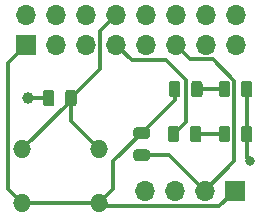
<source format=gtl>
%TF.GenerationSoftware,KiCad,Pcbnew,(5.1.6-0-10_14)*%
%TF.CreationDate,2020-11-28T15:25:20+01:00*%
%TF.ProjectId,Raspberry_Pi_Hat,52617370-6265-4727-9279-5f50695f4861,v1.0*%
%TF.SameCoordinates,Original*%
%TF.FileFunction,Copper,L1,Top*%
%TF.FilePolarity,Positive*%
%FSLAX46Y46*%
G04 Gerber Fmt 4.6, Leading zero omitted, Abs format (unit mm)*
G04 Created by KiCad (PCBNEW (5.1.6-0-10_14)) date 2020-11-28 15:25:20*
%MOMM*%
%LPD*%
G01*
G04 APERTURE LIST*
%TA.AperFunction,ComponentPad*%
%ADD10O,1.524000X1.524000*%
%TD*%
%TA.AperFunction,ComponentPad*%
%ADD11R,1.700000X1.700000*%
%TD*%
%TA.AperFunction,ComponentPad*%
%ADD12O,1.700000X1.700000*%
%TD*%
%TA.AperFunction,ViaPad*%
%ADD13C,1.000000*%
%TD*%
%TA.AperFunction,ViaPad*%
%ADD14C,0.800000*%
%TD*%
%TA.AperFunction,Conductor*%
%ADD15C,0.300000*%
%TD*%
G04 APERTURE END LIST*
%TO.P,R4,2*%
%TO.N,Net-(D2-Pad2)*%
%TA.AperFunction,SMDPad,CuDef*%
G36*
G01*
X127117500Y-110692250D02*
X127117500Y-109779750D01*
G75*
G02*
X127361250Y-109536000I243750J0D01*
G01*
X127848750Y-109536000D01*
G75*
G02*
X128092500Y-109779750I0J-243750D01*
G01*
X128092500Y-110692250D01*
G75*
G02*
X127848750Y-110936000I-243750J0D01*
G01*
X127361250Y-110936000D01*
G75*
G02*
X127117500Y-110692250I0J243750D01*
G01*
G37*
%TD.AperFunction*%
%TO.P,R4,1*%
%TO.N,/3v3*%
%TA.AperFunction,SMDPad,CuDef*%
G36*
G01*
X125242500Y-110692250D02*
X125242500Y-109779750D01*
G75*
G02*
X125486250Y-109536000I243750J0D01*
G01*
X125973750Y-109536000D01*
G75*
G02*
X126217500Y-109779750I0J-243750D01*
G01*
X126217500Y-110692250D01*
G75*
G02*
X125973750Y-110936000I-243750J0D01*
G01*
X125486250Y-110936000D01*
G75*
G02*
X125242500Y-110692250I0J243750D01*
G01*
G37*
%TD.AperFunction*%
%TD*%
%TO.P,D2,2*%
%TO.N,Net-(D2-Pad2)*%
%TA.AperFunction,SMDPad,CuDef*%
G36*
G01*
X130438500Y-109779750D02*
X130438500Y-110692250D01*
G75*
G02*
X130194750Y-110936000I-243750J0D01*
G01*
X129707250Y-110936000D01*
G75*
G02*
X129463500Y-110692250I0J243750D01*
G01*
X129463500Y-109779750D01*
G75*
G02*
X129707250Y-109536000I243750J0D01*
G01*
X130194750Y-109536000D01*
G75*
G02*
X130438500Y-109779750I0J-243750D01*
G01*
G37*
%TD.AperFunction*%
%TO.P,D2,1*%
%TO.N,GND*%
%TA.AperFunction,SMDPad,CuDef*%
G36*
G01*
X132313500Y-109779750D02*
X132313500Y-110692250D01*
G75*
G02*
X132069750Y-110936000I-243750J0D01*
G01*
X131582250Y-110936000D01*
G75*
G02*
X131338500Y-110692250I0J243750D01*
G01*
X131338500Y-109779750D01*
G75*
G02*
X131582250Y-109536000I243750J0D01*
G01*
X132069750Y-109536000D01*
G75*
G02*
X132313500Y-109779750I0J-243750D01*
G01*
G37*
%TD.AperFunction*%
%TD*%
%TO.P,D1,1*%
%TO.N,GND*%
%TA.AperFunction,SMDPad,CuDef*%
G36*
G01*
X132313500Y-113589750D02*
X132313500Y-114502250D01*
G75*
G02*
X132069750Y-114746000I-243750J0D01*
G01*
X131582250Y-114746000D01*
G75*
G02*
X131338500Y-114502250I0J243750D01*
G01*
X131338500Y-113589750D01*
G75*
G02*
X131582250Y-113346000I243750J0D01*
G01*
X132069750Y-113346000D01*
G75*
G02*
X132313500Y-113589750I0J-243750D01*
G01*
G37*
%TD.AperFunction*%
%TO.P,D1,2*%
%TO.N,Net-(D1-Pad2)*%
%TA.AperFunction,SMDPad,CuDef*%
G36*
G01*
X130438500Y-113589750D02*
X130438500Y-114502250D01*
G75*
G02*
X130194750Y-114746000I-243750J0D01*
G01*
X129707250Y-114746000D01*
G75*
G02*
X129463500Y-114502250I0J243750D01*
G01*
X129463500Y-113589750D01*
G75*
G02*
X129707250Y-113346000I243750J0D01*
G01*
X130194750Y-113346000D01*
G75*
G02*
X130438500Y-113589750I0J-243750D01*
G01*
G37*
%TD.AperFunction*%
%TD*%
%TO.P,R1,2*%
%TO.N,GND*%
%TA.AperFunction,SMDPad,CuDef*%
G36*
G01*
X115549500Y-110541750D02*
X115549500Y-111454250D01*
G75*
G02*
X115305750Y-111698000I-243750J0D01*
G01*
X114818250Y-111698000D01*
G75*
G02*
X114574500Y-111454250I0J243750D01*
G01*
X114574500Y-110541750D01*
G75*
G02*
X114818250Y-110298000I243750J0D01*
G01*
X115305750Y-110298000D01*
G75*
G02*
X115549500Y-110541750I0J-243750D01*
G01*
G37*
%TD.AperFunction*%
%TO.P,R1,1*%
%TO.N,/button_input*%
%TA.AperFunction,SMDPad,CuDef*%
G36*
G01*
X117424500Y-110541750D02*
X117424500Y-111454250D01*
G75*
G02*
X117180750Y-111698000I-243750J0D01*
G01*
X116693250Y-111698000D01*
G75*
G02*
X116449500Y-111454250I0J243750D01*
G01*
X116449500Y-110541750D01*
G75*
G02*
X116693250Y-110298000I243750J0D01*
G01*
X117180750Y-110298000D01*
G75*
G02*
X117424500Y-110541750I0J-243750D01*
G01*
G37*
%TD.AperFunction*%
%TD*%
%TO.P,R2,1*%
%TO.N,Net-(J1-Pad11)*%
%TA.AperFunction,SMDPad,CuDef*%
G36*
G01*
X123392250Y-116311500D02*
X122479750Y-116311500D01*
G75*
G02*
X122236000Y-116067750I0J243750D01*
G01*
X122236000Y-115580250D01*
G75*
G02*
X122479750Y-115336500I243750J0D01*
G01*
X123392250Y-115336500D01*
G75*
G02*
X123636000Y-115580250I0J-243750D01*
G01*
X123636000Y-116067750D01*
G75*
G02*
X123392250Y-116311500I-243750J0D01*
G01*
G37*
%TD.AperFunction*%
%TO.P,R2,2*%
%TO.N,/3v3*%
%TA.AperFunction,SMDPad,CuDef*%
G36*
G01*
X123392250Y-114436500D02*
X122479750Y-114436500D01*
G75*
G02*
X122236000Y-114192750I0J243750D01*
G01*
X122236000Y-113705250D01*
G75*
G02*
X122479750Y-113461500I243750J0D01*
G01*
X123392250Y-113461500D01*
G75*
G02*
X123636000Y-113705250I0J-243750D01*
G01*
X123636000Y-114192750D01*
G75*
G02*
X123392250Y-114436500I-243750J0D01*
G01*
G37*
%TD.AperFunction*%
%TD*%
%TO.P,R3,1*%
%TO.N,Net-(J1-Pad7)*%
%TA.AperFunction,SMDPad,CuDef*%
G36*
G01*
X125145500Y-114502250D02*
X125145500Y-113589750D01*
G75*
G02*
X125389250Y-113346000I243750J0D01*
G01*
X125876750Y-113346000D01*
G75*
G02*
X126120500Y-113589750I0J-243750D01*
G01*
X126120500Y-114502250D01*
G75*
G02*
X125876750Y-114746000I-243750J0D01*
G01*
X125389250Y-114746000D01*
G75*
G02*
X125145500Y-114502250I0J243750D01*
G01*
G37*
%TD.AperFunction*%
%TO.P,R3,2*%
%TO.N,Net-(D1-Pad2)*%
%TA.AperFunction,SMDPad,CuDef*%
G36*
G01*
X127020500Y-114502250D02*
X127020500Y-113589750D01*
G75*
G02*
X127264250Y-113346000I243750J0D01*
G01*
X127751750Y-113346000D01*
G75*
G02*
X127995500Y-113589750I0J-243750D01*
G01*
X127995500Y-114502250D01*
G75*
G02*
X127751750Y-114746000I-243750J0D01*
G01*
X127264250Y-114746000D01*
G75*
G02*
X127020500Y-114502250I0J243750D01*
G01*
G37*
%TD.AperFunction*%
%TD*%
D10*
%TO.P,SW1,1*%
%TO.N,/3v3*%
X119329200Y-119862600D03*
X112826800Y-119862600D03*
%TO.P,SW1,2*%
%TO.N,/button_input*%
X119329200Y-115341400D03*
X112826800Y-115341400D03*
%TD*%
D11*
%TO.P,U1,1*%
%TO.N,/3v3*%
X130810000Y-118872000D03*
D12*
%TO.P,U1,2*%
%TO.N,Net-(J1-Pad11)*%
X128270000Y-118872000D03*
%TO.P,U1,3*%
%TO.N,Net-(U1-Pad3)*%
X125730000Y-118872000D03*
%TO.P,U1,4*%
%TO.N,GND*%
X123190000Y-118872000D03*
%TD*%
D11*
%TO.P,J1,1*%
%TO.N,/3v3*%
X113160000Y-106510000D03*
D12*
%TO.P,J1,2*%
%TO.N,Net-(J1-Pad2)*%
X113160000Y-103970000D03*
%TO.P,J1,3*%
%TO.N,Net-(J1-Pad3)*%
X115700000Y-106510000D03*
%TO.P,J1,4*%
%TO.N,Net-(J1-Pad4)*%
X115700000Y-103970000D03*
%TO.P,J1,5*%
%TO.N,Net-(J1-Pad5)*%
X118240000Y-106510000D03*
%TO.P,J1,6*%
%TO.N,GND*%
X118240000Y-103970000D03*
%TO.P,J1,7*%
%TO.N,Net-(J1-Pad7)*%
X120780000Y-106510000D03*
%TO.P,J1,8*%
%TO.N,/button_input*%
X120780000Y-103970000D03*
%TO.P,J1,9*%
%TO.N,GND*%
X123320000Y-106510000D03*
%TO.P,J1,10*%
%TO.N,Net-(J1-Pad10)*%
X123320000Y-103970000D03*
%TO.P,J1,11*%
%TO.N,Net-(J1-Pad11)*%
X125860000Y-106510000D03*
%TO.P,J1,12*%
%TO.N,Net-(J1-Pad12)*%
X125860000Y-103970000D03*
%TO.P,J1,13*%
%TO.N,Net-(J1-Pad13)*%
X128400000Y-106510000D03*
%TO.P,J1,14*%
%TO.N,Net-(J1-Pad14)*%
X128400000Y-103970000D03*
%TO.P,J1,15*%
%TO.N,Net-(J1-Pad15)*%
X130940000Y-106510000D03*
%TO.P,J1,16*%
%TO.N,Net-(J1-Pad16)*%
X130940000Y-103970000D03*
%TD*%
D13*
%TO.N,GND*%
X113284000Y-110998000D03*
D14*
X132080000Y-116332000D03*
%TD*%
D15*
%TO.N,GND*%
X131826000Y-110236000D02*
X131826000Y-114046000D01*
X131826000Y-116078000D02*
X132080000Y-116332000D01*
X131826000Y-114046000D02*
X131826000Y-116078000D01*
X113284000Y-110998000D02*
X115062000Y-110998000D01*
%TO.N,Net-(D1-Pad2)*%
X127508000Y-114046000D02*
X129951000Y-114046000D01*
%TO.N,/3v3*%
X112826800Y-106843200D02*
X113160000Y-106510000D01*
X125730000Y-111155000D02*
X122936000Y-113949000D01*
X125730000Y-110236000D02*
X125730000Y-111155000D01*
X111614799Y-108055201D02*
X113160000Y-106510000D01*
X111614799Y-118650599D02*
X111614799Y-108055201D01*
X112826800Y-119862600D02*
X111614799Y-118650599D01*
X112826800Y-119862600D02*
X119329200Y-119862600D01*
X120541201Y-116343799D02*
X122936000Y-113949000D01*
X120541201Y-118650599D02*
X120541201Y-116343799D01*
X119329200Y-119862600D02*
X120541201Y-118650599D01*
X119638601Y-120172001D02*
X119329200Y-119862600D01*
X129509999Y-120172001D02*
X119638601Y-120172001D01*
X130810000Y-118872000D02*
X129509999Y-120172001D01*
%TO.N,Net-(J1-Pad7)*%
X124985127Y-107810001D02*
X122080001Y-107810001D01*
X126667510Y-109492384D02*
X124985127Y-107810001D01*
X122080001Y-107810001D02*
X120780000Y-106510000D01*
X126667510Y-113011490D02*
X126667510Y-109492384D01*
X125633000Y-114046000D02*
X126667510Y-113011490D01*
%TO.N,/button_input*%
X119440001Y-105309999D02*
X120780000Y-103970000D01*
X119440001Y-108494999D02*
X119440001Y-105309999D01*
X116937000Y-110998000D02*
X119440001Y-108494999D01*
X116937000Y-111231200D02*
X116937000Y-110998000D01*
X112826800Y-115341400D02*
X116937000Y-111231200D01*
X116937000Y-112949200D02*
X119329200Y-115341400D01*
X116937000Y-110998000D02*
X116937000Y-112949200D01*
%TO.N,Net-(J1-Pad11)*%
X128270000Y-118872000D02*
X130788510Y-116353490D01*
X125222000Y-115824000D02*
X122936000Y-115824000D01*
X128270000Y-118872000D02*
X125222000Y-115824000D01*
X128964707Y-107710001D02*
X127060001Y-107710001D01*
X130788510Y-109533804D02*
X128964707Y-107710001D01*
X127060001Y-107710001D02*
X125860000Y-106510000D01*
X130788510Y-116353490D02*
X130788510Y-109533804D01*
%TO.N,Net-(D2-Pad2)*%
X127605000Y-110236000D02*
X129951000Y-110236000D01*
%TD*%
M02*

</source>
